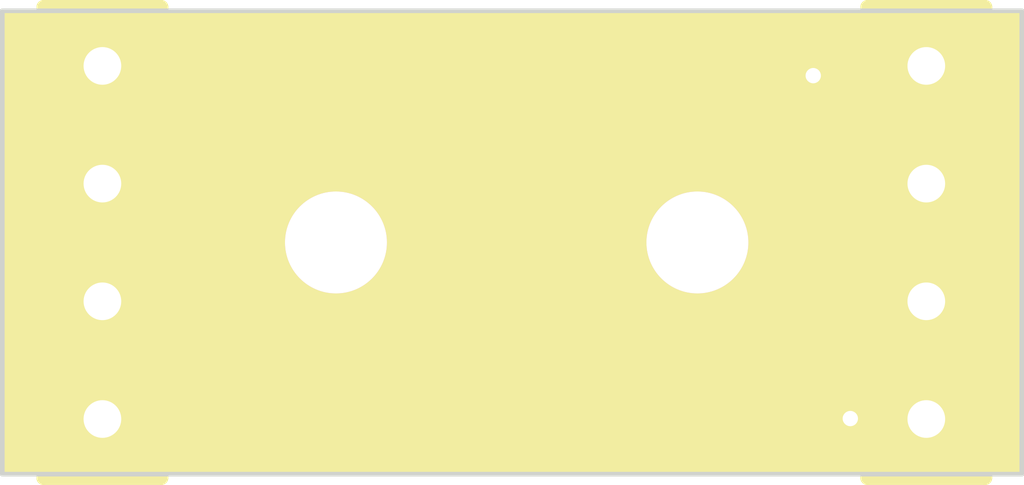
<source format=kicad_pcb>
(kicad_pcb (version 3) (host pcbnew "(2013-07-07 BZR 4022)-stable")

  (general
    (links 4)
    (no_connects 0)
    (area 146.0627 89.513599 169.750001 100.486401)
    (thickness 1.6)
    (drawings 4)
    (tracks 43)
    (zones 0)
    (modules 4)
    (nets 4)
  )

  (page A4)
  (layers
    (15 F.Cu signal)
    (0 B.Cu signal)
    (16 B.Adhes user)
    (17 F.Adhes user)
    (18 B.Paste user)
    (19 F.Paste user)
    (20 B.SilkS user)
    (21 F.SilkS user)
    (22 B.Mask user)
    (23 F.Mask user)
    (24 Dwgs.User user)
    (25 Cmts.User user)
    (26 Eco1.User user)
    (27 Eco2.User user)
    (28 Edge.Cuts user)
  )

  (setup
    (last_trace_width 0.07493)
    (trace_clearance 0.254)
    (zone_clearance 0.508)
    (zone_45_only no)
    (trace_min 0.0508)
    (segment_width 0.2)
    (edge_width 0.1)
    (via_size 0.508)
    (via_drill 0.3302)
    (via_min_size 0.508)
    (via_min_drill 0.3302)
    (uvia_size 0.508)
    (uvia_drill 0.127)
    (uvias_allowed no)
    (uvia_min_size 0.508)
    (uvia_min_drill 0.127)
    (pcb_text_width 0.3)
    (pcb_text_size 1.5 1.5)
    (mod_edge_width 0.15)
    (mod_text_size 1 1)
    (mod_text_width 0.15)
    (pad_size 1 0.7)
    (pad_drill 0)
    (pad_to_mask_clearance 0)
    (aux_axis_origin 0 0)
    (visible_elements 7FFFFFBF)
    (pcbplotparams
      (layerselection 284196865)
      (usegerberextensions true)
      (excludeedgelayer true)
      (linewidth 0.150000)
      (plotframeref false)
      (viasonmask false)
      (mode 1)
      (useauxorigin false)
      (hpglpennumber 1)
      (hpglpenspeed 20)
      (hpglpendiameter 15)
      (hpglpenoverlay 2)
      (psnegative false)
      (psa4output false)
      (plotreference true)
      (plotvalue true)
      (plotothertext true)
      (plotinvisibletext false)
      (padsonsilk false)
      (subtractmaskfromsilk false)
      (outputformat 1)
      (mirror false)
      (drillshape 0)
      (scaleselection 1)
      (outputdirectory Gerbers/))
  )

  (net 0 "")
  (net 1 /L1P2)
  (net 2 /L2P2)
  (net 3 VCC)

  (net_class Default "This is the default net class."
    (clearance 0.254)
    (trace_width 0.07493)
    (via_dia 0.508)
    (via_drill 0.3302)
    (uvia_dia 0.508)
    (uvia_drill 0.127)
    (add_net "")
  )

  (net_class LEDs ""
    (clearance 0.1524)
    (trace_width 0.2032)
    (via_dia 0.508)
    (via_drill 0.3302)
    (uvia_dia 0.508)
    (uvia_drill 0.127)
    (add_net /L1P2)
    (add_net /L2P2)
    (add_net VCC)
  )

  (module Connect:SIL-4   locked (layer F.Cu) (tedit 528FD8FE) (tstamp 528E88C7)
    (at 149.86 95 90)
    (descr "Connecteur 4 pibs")
    (tags "CONN DEV")
    (path /528E6CD7)
    (fp_text reference J1 (at 0 -2.54 90) (layer F.SilkS) hide
      (effects (font (size 1.73482 1.08712) (thickness 0.27178)))
    )
    (fp_text value HEADER_4 (at 0 -2.54 90) (layer F.SilkS) hide
      (effects (font (size 1.524 1.016) (thickness 0.3048)))
    )
    (fp_line (start -5.08 -1.27) (end -5.08 -1.27) (layer F.SilkS) (width 0.3048))
    (fp_line (start -5.08 1.27) (end -5.08 -1.27) (layer F.SilkS) (width 0.3048))
    (fp_line (start -5.08 -1.27) (end -5.08 -1.27) (layer F.SilkS) (width 0.3048))
    (fp_line (start -5.08 -1.27) (end 5.08 -1.27) (layer F.SilkS) (width 0.3048))
    (fp_line (start 5.08 -1.27) (end 5.08 1.27) (layer F.SilkS) (width 0.3048))
    (fp_line (start 5.08 1.27) (end -5.08 1.27) (layer F.SilkS) (width 0.3048))
    (fp_line (start -2.54 1.27) (end -2.54 -1.27) (layer F.SilkS) (width 0.3048))
    (pad 1 thru_hole rect (at -3.81 0 90) (size 1.397 1.397) (drill 0.8128)
      (layers *.Cu *.Mask F.SilkS)
    )
    (pad 2 thru_hole circle (at -1.27 0 90) (size 1.397 1.397) (drill 0.8128)
      (layers *.Cu *.Mask F.SilkS)
      (net 2 /L2P2)
    )
    (pad 3 thru_hole circle (at 1.27 0 90) (size 1.397 1.397) (drill 0.8128)
      (layers *.Cu *.Mask F.SilkS)
      (net 1 /L1P2)
    )
    (pad 4 thru_hole circle (at 3.81 0 90) (size 1.397 1.397) (drill 0.8128)
      (layers *.Cu *.Mask F.SilkS)
      (net 3 VCC)
    )
  )

  (module Connect:SIL-4   locked (layer F.Cu) (tedit 528EA9C5) (tstamp 528E88D6)
    (at 167.64 95 90)
    (descr "Connecteur 4 pibs")
    (tags "CONN DEV")
    (path /528E6CEB)
    (fp_text reference J2 (at 0 -2.54 90) (layer F.SilkS) hide
      (effects (font (size 1.73482 1.08712) (thickness 0.27178)))
    )
    (fp_text value HEADER_4 (at 0 -2.54 90) (layer F.SilkS) hide
      (effects (font (size 1.524 1.016) (thickness 0.3048)))
    )
    (fp_line (start -5.08 -1.27) (end -5.08 -1.27) (layer F.SilkS) (width 0.3048))
    (fp_line (start -5.08 1.27) (end -5.08 -1.27) (layer F.SilkS) (width 0.3048))
    (fp_line (start -5.08 -1.27) (end -5.08 -1.27) (layer F.SilkS) (width 0.3048))
    (fp_line (start -5.08 -1.27) (end 5.08 -1.27) (layer F.SilkS) (width 0.3048))
    (fp_line (start 5.08 -1.27) (end 5.08 1.27) (layer F.SilkS) (width 0.3048))
    (fp_line (start 5.08 1.27) (end -5.08 1.27) (layer F.SilkS) (width 0.3048))
    (fp_line (start -2.54 1.27) (end -2.54 -1.27) (layer F.SilkS) (width 0.3048))
    (pad 1 thru_hole rect (at -3.81 0 90) (size 1.397 1.397) (drill 0.8128)
      (layers *.Cu *.Mask F.SilkS)
    )
    (pad 2 thru_hole circle (at -1.27 0 90) (size 1.397 1.397) (drill 0.8128)
      (layers *.Cu *.Mask F.SilkS)
    )
    (pad 3 thru_hole circle (at 1.27 0 90) (size 1.397 1.397) (drill 0.8128)
      (layers *.Cu *.Mask F.SilkS)
    )
    (pad 4 thru_hole circle (at 3.81 0 90) (size 1.397 1.397) (drill 0.8128)
      (layers *.Cu *.Mask F.SilkS)
    )
  )

  (module Kingbright-APTR (layer B.Cu) (tedit 52A48C6E) (tstamp 52A48B78)
    (at 154.9 95 270)
    (path /52A486EC)
    (fp_text reference D1 (at 0.2 2.58 270) (layer B.SilkS) hide
      (effects (font (size 1 1) (thickness 0.15)) (justify mirror))
    )
    (fp_text value LED (at 0.14 -2.73 270) (layer B.SilkS) hide
      (effects (font (size 1 1) (thickness 0.15)) (justify mirror))
    )
    (pad "" np_thru_hole circle (at 0 0 270) (size 2.2 2.2) (drill 2.2)
      (layers *.Cu *.Mask B.SilkS)
    )
    (pad 1 smd rect (at -1.8 0 270) (size 1.5 1.6)
      (layers B.Cu B.Paste B.Mask)
      (net 3 VCC)
    )
    (pad 2 smd rect (at 1.8 0 270) (size 1.5 1.6)
      (layers B.Cu B.Paste B.Mask)
      (net 1 /L1P2)
    )
  )

  (module Kingbright-APTR (layer B.Cu) (tedit 52A48C66) (tstamp 52A48B7F)
    (at 162.7 95 270)
    (path /52A48740)
    (fp_text reference D2 (at 0.2 2.58 270) (layer B.SilkS) hide
      (effects (font (size 1 1) (thickness 0.15)) (justify mirror))
    )
    (fp_text value LED (at 0.14 -2.73 270) (layer B.SilkS) hide
      (effects (font (size 1 1) (thickness 0.15)) (justify mirror))
    )
    (pad "" np_thru_hole circle (at 0 0 270) (size 2.2 2.2) (drill 2.2)
      (layers *.Cu *.Mask B.SilkS)
    )
    (pad 1 smd rect (at -1.8 0 270) (size 1.5 1.6)
      (layers B.Cu B.Paste B.Mask)
      (net 3 VCC)
    )
    (pad 2 smd rect (at 1.8 0 270) (size 1.5 1.6)
      (layers B.Cu B.Paste B.Mask)
      (net 2 /L2P2)
    )
  )

  (gr_line (start 147.7 100) (end 147.7 90) (angle 90) (layer Edge.Cuts) (width 0.1))
  (gr_line (start 169.7 100) (end 147.7 100) (angle 90) (layer Edge.Cuts) (width 0.1))
  (gr_line (start 169.7 90) (end 169.7 100) (angle 90) (layer Edge.Cuts) (width 0.1))
  (gr_line (start 147.7 90) (end 169.7 90) (angle 90) (layer Edge.Cuts) (width 0.1))

  (segment (start 167.64 91.19) (end 165.2 91.2) (width 0.07493) (layer B.Cu) (net 0))
  (segment (start 165.2 91.2) (end 165.2 91.4) (width 0.07493) (layer B.Cu) (net 0) (tstamp 528FF948))
  (via (at 165.2 91.4) (size 0.508) (layers F.Cu B.Cu) (net 0))
  (segment (start 167.64 98.81) (end 166 98.8) (width 0.254) (layer B.Cu) (net 0))
  (via (at 166 98.8) (size 0.508) (layers F.Cu B.Cu) (net 0))
  (segment (start 156.8 98.6) (end 156.8 98.8) (width 0.075) (layer F.Cu) (net 0))
  (segment (start 156.65 98.6) (end 156.8 98.6) (width 0.075) (layer F.Cu) (net 0))
  (segment (start 152.3 91.4) (end 152.3 91.4) (width 0.075) (layer F.Cu) (net 0))
  (segment (start 164.9 91.4) (end 165.2 91.4) (width 0.075) (layer F.Cu) (net 0))
  (segment (start 164.85 91.4) (end 164.9 91.4) (width 0.075) (layer F.Cu) (net 0))
  (segment (start 152.2 98.6) (end 152.2 91.6) (width 0.075) (layer F.Cu) (net 0))
  (segment (start 152.2 91.6) (end 152.2 91.4) (width 0.075) (layer F.Cu) (net 0) (tstamp 528FE4B1))
  (segment (start 152.2 91.4) (end 152.3 91.4) (width 0.075) (layer F.Cu) (net 0) (tstamp 528FE455))
  (segment (start 152.3 91.4) (end 164.85 91.4) (width 0.075) (layer F.Cu) (net 0) (tstamp 528FE4AB))
  (segment (start 165.2 91.4) (end 165.2 91.6) (width 0.075) (layer F.Cu) (net 0) (tstamp 528FE45F))
  (segment (start 165.2 91.6) (end 165.2 98.6) (width 0.075) (layer F.Cu) (net 0) (tstamp 528FE49E))
  (segment (start 165.2 98.6) (end 159.7 98.6) (width 0.075) (layer F.Cu) (net 0) (tstamp 528FE46D))
  (segment (start 156.8 99.5) (end 156.8 98.8) (width 0.075) (layer F.Cu) (net 0))
  (segment (start 156.8 98.8) (end 156.8 98.75) (width 0.075) (layer F.Cu) (net 0) (tstamp 528FE4C1))
  (segment (start 156.65 98.6) (end 152.2 98.6) (width 0.075) (layer F.Cu) (net 0) (tstamp 528FE42B))
  (segment (start 151.5 99.5) (end 155 99.5) (width 0.254) (layer F.Cu) (net 0))
  (segment (start 151.5 90.5) (end 151.5 99.5) (width 0.254) (layer F.Cu) (net 0))
  (segment (start 166 90.5) (end 151.5 90.5) (width 0.254) (layer F.Cu) (net 0))
  (segment (start 166 99.5) (end 166 98.8) (width 0.254) (layer F.Cu) (net 0))
  (segment (start 166 98.8) (end 166 90.5) (width 0.254) (layer F.Cu) (net 0) (tstamp 528FF600))
  (segment (start 158.5 99.5) (end 166 99.5) (width 0.254) (layer F.Cu) (net 0))
  (segment (start 158.5 97.4) (end 158.5 99.5) (width 0.254) (layer F.Cu) (net 0))
  (segment (start 153 97.4) (end 153 92.4) (width 0.254) (layer F.Cu) (net 0))
  (segment (start 164.4 97.4) (end 158.5 97.4) (width 0.254) (layer F.Cu) (net 0))
  (segment (start 158.5 97.4) (end 153 97.4) (width 0.254) (layer F.Cu) (net 0) (tstamp 528FE283))
  (segment (start 164.4 97.4) (end 164.4 92.4) (width 0.254) (layer F.Cu) (net 0))
  (segment (start 153 92.4) (end 164.4 92.4) (width 0.254) (layer F.Cu) (net 0))
  (segment (start 154.9 96.8) (end 154.9 97.9) (width 0.2032) (layer B.Cu) (net 1))
  (segment (start 154.23 98.1) (end 149.86 93.73) (width 0.2032) (layer B.Cu) (net 1) (tstamp 52A48DE3))
  (segment (start 154.7 98.1) (end 154.23 98.1) (width 0.2032) (layer B.Cu) (net 1) (tstamp 52A48DDE))
  (segment (start 154.9 97.9) (end 154.7 98.1) (width 0.2032) (layer B.Cu) (net 1) (tstamp 52A48DDB))
  (segment (start 149.86 96.27) (end 149.97 96.27) (width 0.2032) (layer B.Cu) (net 2))
  (segment (start 160.5 99) (end 162.7 96.8) (width 0.2032) (layer B.Cu) (net 2) (tstamp 52A48E00))
  (segment (start 152.7 99) (end 160.5 99) (width 0.2032) (layer B.Cu) (net 2) (tstamp 52A48DF6))
  (segment (start 149.97 96.27) (end 152.7 99) (width 0.2032) (layer B.Cu) (net 2) (tstamp 52A48DEE))
  (segment (start 149.86 91.19) (end 152.89 91.19) (width 0.2032) (layer B.Cu) (net 3))
  (segment (start 152.89 91.19) (end 154.9 93.2) (width 0.2032) (layer B.Cu) (net 3) (tstamp 52A48DC1))
  (segment (start 154.9 93.2) (end 162.7 93.2) (width 0.2032) (layer B.Cu) (net 3) (tstamp 52A48DCF))

  (zone (net 0) (net_name "") (layer F.SilkS) (tstamp 52A48E7C) (hatch edge 0.508)
    (connect_pads (clearance 0.508))
    (min_thickness 0.254)
    (fill (arc_segments 16) (thermal_gap 0.508) (thermal_bridge_width 0.508))
    (polygon
      (pts
        (xy 147.7 90) (xy 147.7 100) (xy 169.7 100) (xy 169.7 90)
      )
    )
    (filled_polygon
      (pts
        (xy 169.573 99.873) (xy 147.827 99.873) (xy 147.827 90.127) (xy 169.573 90.127) (xy 169.573 99.873)
      )
    )
  )
)

</source>
